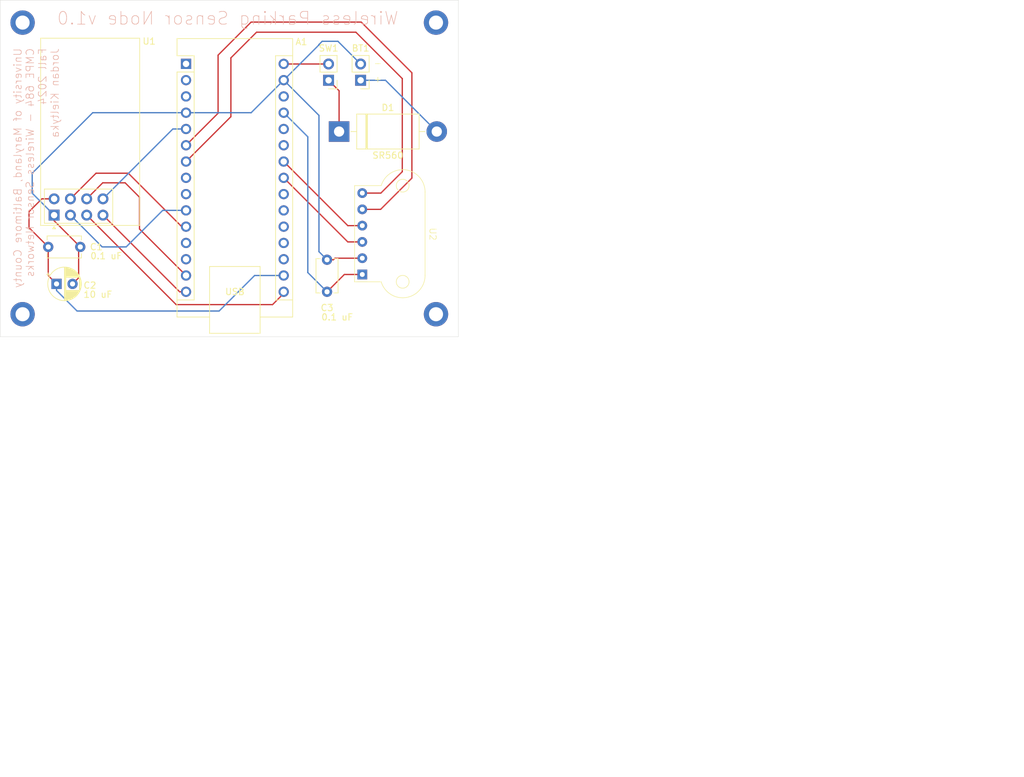
<source format=kicad_pcb>
(kicad_pcb (version 20240108) (generator "pcbnew") (generator_version "8.0")
  (layers (0 "F.Cu" signal) (31 "B.Cu" signal) (34 "B.Paste" user) (35 "F.Paste" user) (36 "B.SilkS" user "B.Silkscreen") (37 "F.SilkS" user "F.Silkscreen") (38 "B.Mask" user) (39 "F.Mask" user) (44 "Edge.Cuts" user))
  (net 0 "")
  (net 3 "+5V")
  (net 4 "Net-(A1-A4)")
  (net 5 "Net-(A1-A5)")
  (net 8 "Net-(A1-D12)")
  (net 10 "+3.3V")
  (net 11 "Net-(A1-D7)")
  (net 14 "Net-(A1-D13)")
  (net 15 "VDD")
  (net 18 "Net-(A1-D2)")
  (net 21 "Net-(A1-D11)")
  (net 23 "GND")
  (net 26 "Net-(A1-D3)")
  (net 28 "Net-(A1-D4)")
  (net 29 "Net-(A1-D8)")
  (net 30 "+9V")
  (net 31 "Net-(D1-K)")
  (footprint "Module:Arduino_Nano" (layer "F.Cu") (at 141.26 83.02)
    (property "Reference" "A1" (at 18 -3.44 0) (layer "F.SilkS"))
    (property "Value" "Arduino_Nano_v3.x" (hide yes))
    (fp_line (start -1.4 -3.94) (end -1.4 -1.27) (stroke (width 0.12)) (layer "F.SilkS"))
    (fp_line (start -1.4 1.27) (end -1.4 39.5) (stroke (width 0.12)) (layer "F.SilkS"))
    (fp_line (start -1.4 39.5) (end 3.68 39.5) (stroke (width 0.12)) (layer "F.SilkS"))
    (fp_line (start 1.27 -1.27) (end -1.4 -1.27) (stroke (width 0.12)) (layer "F.SilkS"))
    (fp_line (start 1.27 1.27) (end -1.4 1.27) (stroke (width 0.12)) (layer "F.SilkS"))
    (fp_line (start 1.27 1.27) (end 1.27 -1.27) (stroke (width 0.12)) (layer "F.SilkS"))
    (fp_line (start 1.27 1.27) (end 1.27 36.83) (stroke (width 0.12)) (layer "F.SilkS"))
    (fp_line (start 1.27 36.83) (end -1.4 36.83) (stroke (width 0.12)) (layer "F.SilkS"))
    (fp_line (start 3.68 31.62) (end 11.56 31.62) (stroke (width 0.12)) (layer "F.SilkS"))
    (fp_line (start 3.68 42.04) (end 3.68 31.62) (stroke (width 0.12)) (layer "F.SilkS"))
    (fp_line (start 11.56 31.62) (end 11.56 42.04) (stroke (width 0.12)) (layer "F.SilkS"))
    (fp_line (start 11.56 42.04) (end 3.68 42.04) (stroke (width 0.12)) (layer "F.SilkS"))
    (fp_line (start 13.97 -1.27) (end 13.97 36.83) (stroke (width 0.12)) (layer "F.SilkS"))
    (fp_line (start 13.97 -1.27) (end 16.64 -1.27) (stroke (width 0.12)) (layer "F.SilkS"))
    (fp_line (start 13.97 36.83) (end 16.64 36.83) (stroke (width 0.12)) (layer "F.SilkS"))
    (fp_line (start 16.64 -3.94) (end -1.4 -3.94) (stroke (width 0.12)) (layer "F.SilkS"))
    (fp_line (start 16.64 39.5) (end 11.56 39.5) (stroke (width 0.12)) (layer "F.SilkS"))
    (fp_line (start 16.64 39.5) (end 16.64 -3.94) (stroke (width 0.12)) (layer "F.SilkS"))
    (fp_text user "USB" (at 7.62 35.56 0) (layer "F.SilkS"))
    (pad "1" thru_hole rect (at 0 0) (size 1.6 1.6) (drill 1) (layers "*.Cu" "*.Mask"))
    (pad "2" thru_hole oval (at 0 2.54) (size 1.6 1.6) (drill 1) (layers "*.Cu" "*.Mask"))
    (pad "3" thru_hole oval (at 0 5.08) (size 1.6 1.6) (drill 1) (layers "*.Cu" "*.Mask"))
    (pad "4" thru_hole oval (at 0 7.62) (size 1.6 1.6) (drill 1) (layers "*.Cu" "*.Mask") (net 23 "GND"))
    (pad "5" thru_hole oval (at 0 10.16) (size 1.6 1.6) (drill 1) (layers "*.Cu" "*.Mask") (net 18 "Net-(A1-D2)"))
    (pad "6" thru_hole oval (at 0 12.7) (size 1.6 1.6) (drill 1) (layers "*.Cu" "*.Mask") (net 26 "Net-(A1-D3)"))
    (pad "7" thru_hole oval (at 0 15.24) (size 1.6 1.6) (drill 1) (layers "*.Cu" "*.Mask") (net 28 "Net-(A1-D4)"))
    (pad "8" thru_hole oval (at 0 17.78) (size 1.6 1.6) (drill 1) (layers "*.Cu" "*.Mask"))
    (pad "9" thru_hole oval (at 0 20.32) (size 1.6 1.6) (drill 1) (layers "*.Cu" "*.Mask"))
    (pad "10" thru_hole oval (at 0 22.86) (size 1.6 1.6) (drill 1) (layers "*.Cu" "*.Mask") (net 11 "Net-(A1-D7)"))
    (pad "11" thru_hole oval (at 0 25.4) (size 1.6 1.6) (drill 1) (layers "*.Cu" "*.Mask") (net 29 "Net-(A1-D8)"))
    (pad "12" thru_hole oval (at 0 27.94) (size 1.6 1.6) (drill 1) (layers "*.Cu" "*.Mask"))
    (pad "13" thru_hole oval (at 0 30.48) (size 1.6 1.6) (drill 1) (layers "*.Cu" "*.Mask"))
    (pad "14" thru_hole oval (at 0 33.02) (size 1.6 1.6) (drill 1) (layers "*.Cu" "*.Mask") (net 21 "Net-(A1-D11)"))
    (pad "15" thru_hole oval (at 0 35.56) (size 1.6 1.6) (drill 1) (layers "*.Cu" "*.Mask") (net 8 "Net-(A1-D12)"))
    (pad "16" thru_hole oval (at 15.24 35.56) (size 1.6 1.6) (drill 1) (layers "*.Cu" "*.Mask") (net 14 "Net-(A1-D13)"))
    (pad "17" thru_hole oval (at 15.24 33.02) (size 1.6 1.6) (drill 1) (layers "*.Cu" "*.Mask") (net 10 "+3.3V"))
    (pad "18" thru_hole oval (at 15.24 30.48) (size 1.6 1.6) (drill 1) (layers "*.Cu" "*.Mask"))
    (pad "19" thru_hole oval (at 15.24 27.94) (size 1.6 1.6) (drill 1) (layers "*.Cu" "*.Mask"))
    (pad "20" thru_hole oval (at 15.24 25.4) (size 1.6 1.6) (drill 1) (layers "*.Cu" "*.Mask"))
    (pad "21" thru_hole oval (at 15.24 22.86) (size 1.6 1.6) (drill 1) (layers "*.Cu" "*.Mask"))
    (pad "22" thru_hole oval (at 15.24 20.32) (size 1.6 1.6) (drill 1) (layers "*.Cu" "*.Mask"))
    (pad "23" thru_hole oval (at 15.24 17.78) (size 1.6 1.6) (drill 1) (layers "*.Cu" "*.Mask") (net 4 "Net-(A1-A4)"))
    (pad "24" thru_hole oval (at 15.24 15.24) (size 1.6 1.6) (drill 1) (layers "*.Cu" "*.Mask") (net 5 "Net-(A1-A5)"))
    (pad "25" thru_hole oval (at 15.24 12.7) (size 1.6 1.6) (drill 1) (layers "*.Cu" "*.Mask"))
    (pad "26" thru_hole oval (at 15.24 10.16) (size 1.6 1.6) (drill 1) (layers "*.Cu" "*.Mask"))
    (pad "27" thru_hole oval (at 15.24 7.62) (size 1.6 1.6) (drill 1) (layers "*.Cu" "*.Mask") (net 3 "+5V"))
    (pad "28" thru_hole oval (at 15.24 5.08) (size 1.6 1.6) (drill 1) (layers "*.Cu" "*.Mask"))
    (pad "29" thru_hole oval (at 15.24 2.54) (size 1.6 1.6) (drill 1) (layers "*.Cu" "*.Mask") (net 23 "GND"))
    (pad "30" thru_hole oval (at 15.24 0) (size 1.6 1.6) (drill 1) (layers "*.Cu" "*.Mask") (net 15 "VDD"))
  )
  (footprint "MountingHole:MountingHole_2.2mm_M2_DIN965_Pad_TopBottom" (layer "F.Cu") (at 180.26 76.58)
    (property "Reference" "MH2" (hide yes))
    (property "Value" "MountingHole_2.2mm_M2_DIN965_Pad_TopBottom" (hide yes))
    (pad "1" thru_hole circle (at 0 0) (size 2.6 2.6) (drill 2.2) (layers "*.Cu" "*.Mask"))
    (pad "1" connect circle (at 0 0) (size 3.8 3.8) (layers "F.Cu" "F.Mask"))
    (pad "1" connect circle (at 0 0) (size 3.8 3.8) (layers "B.Cu" "B.Mask"))
  )
  (footprint "Capacitor_THT:C_Disc_D5.1mm_W3.2mm_P5.00mm" (layer "F.Cu") (at 163.26 118.58 90)
    (property "Reference" "C3" (at -2.5 0 0) (layer "F.SilkS"))
    (property "Value" "0.1 uF" (at -3.961592 1.585705 0) (layer "F.SilkS"))
    (fp_line (start 5.17 -1.721) (end 5.17 -1.055) (stroke (width 0.12)) (layer "F.SilkS"))
    (fp_line (start -0.17 -1.721) (end 5.17 -1.721) (stroke (width 0.12)) (layer "F.SilkS"))
    (fp_line (start -0.17 -1.721) (end -0.17 -1.055) (stroke (width 0.12)) (layer "F.SilkS"))
    (fp_line (start 5.17 1.055) (end 5.17 1.721) (stroke (width 0.12)) (layer "F.SilkS"))
    (fp_line (start -0.17 1.055) (end -0.17 1.721) (stroke (width 0.12)) (layer "F.SilkS"))
    (fp_line (start -0.17 1.721) (end 5.17 1.721) (stroke (width 0.12)) (layer "F.SilkS"))
    (pad "1" thru_hole circle (at 0 0 90) (size 1.6 1.6) (drill 0.8) (layers "*.Cu" "*.Mask") (net 3 "+5V"))
    (pad "2" thru_hole circle (at 5 0 90) (size 1.6 1.6) (drill 0.8) (layers "*.Cu" "*.Mask") (net 23 "GND"))
  )
  (footprint "MountingHole:MountingHole_2.2mm_M2_DIN965_Pad_TopBottom" (layer "F.Cu") (at 180.26 122.08)
    (property "Reference" "MH3" (hide yes))
    (property "Value" "MountingHole_2.2mm_M2_DIN965_Pad_TopBottom" (hide yes))
    (pad "1" thru_hole circle (at 0 0) (size 2.6 2.6) (drill 2.2) (layers "*.Cu" "*.Mask"))
    (pad "1" connect circle (at 0 0) (size 3.8 3.8) (layers "F.Cu" "F.Mask"))
    (pad "1" connect circle (at 0 0) (size 3.8 3.8) (layers "B.Cu" "B.Mask"))
  )
  (footprint "Diode_THT:D_DO-201AD_P15.24mm_Horizontal" (layer "F.Cu") (at 165.14 93.58)
    (property "Reference" "D1" (at 7.62 -3.72 0) (layer "F.SilkS"))
    (property "Value" "SR560" (at 7.62 3.72 0) (layer "F.SilkS"))
    (fp_line (start 1.84 0) (end 2.75 0) (stroke (width 0.12)) (layer "F.SilkS"))
    (fp_line (start 2.75 -2.72) (end 2.75 2.72) (stroke (width 0.12)) (layer "F.SilkS"))
    (fp_line (start 2.75 2.72) (end 12.49 2.72) (stroke (width 0.12)) (layer "F.SilkS"))
    (fp_line (start 4.175 -2.72) (end 4.175 2.72) (stroke (width 0.12)) (layer "F.SilkS"))
    (fp_line (start 4.295 -2.72) (end 4.295 2.72) (stroke (width 0.12)) (layer "F.SilkS"))
    (fp_line (start 4.415 -2.72) (end 4.415 2.72) (stroke (width 0.12)) (layer "F.SilkS"))
    (fp_line (start 12.49 -2.72) (end 2.75 -2.72) (stroke (width 0.12)) (layer "F.SilkS"))
    (fp_line (start 12.49 2.72) (end 12.49 -2.72) (stroke (width 0.12)) (layer "F.SilkS"))
    (fp_line (start 13.4 0) (end 12.49 0) (stroke (width 0.12)) (layer "F.SilkS"))
    (pad "1" thru_hole rect (at 0 0) (size 3.2 3.2) (drill 1.6) (layers "*.Cu" "*.Mask") (net 31 "Net-(D1-K)"))
    (pad "2" thru_hole oval (at 15.24 0) (size 3.2 3.2) (drill 1.6) (layers "*.Cu" "*.Mask") (net 30 "+9V"))
  )
  (footprint "RF_Module:nRF24L01_Breakout" (layer "F.Cu") (at 120.68 106.62 90)
    (property "Reference" "U1" (at 27.12 14.82 180) (layer "F.SilkS"))
    (property "Value" "NRF24L01_Breakout" (hide yes))
    (fp_line (start 27.6 -2.1) (end 27.6 13.35) (stroke (width 0.12)) (layer "F.SilkS"))
    (fp_line (start -1.6 -2.1) (end 27.6 -2.1) (stroke (width 0.12)) (layer "F.SilkS"))
    (fp_line (start -1.6 -2.1) (end -1.6 -2.1) (stroke (width 0.12)) (layer "F.SilkS"))
    (fp_line (start 4.064 -1.524) (end 4.064 9.144) (stroke (width 0.12)) (layer "F.SilkS"))
    (fp_line (start -1.27 -1.524) (end 4.064 -1.524) (stroke (width 0.12)) (layer "F.SilkS"))
    (fp_line (start -1.27 -1.524) (end -1.27 -1.524) (stroke (width 0.12)) (layer "F.SilkS"))
    (fp_line (start 4.064 9.144) (end -1.27 9.144) (stroke (width 0.12)) (layer "F.SilkS"))
    (fp_line (start -1.27 9.144) (end -1.27 -1.524) (stroke (width 0.12)) (layer "F.SilkS"))
    (fp_line (start -1.27 9.144) (end -1.27 9.144) (stroke (width 0.12)) (layer "F.SilkS"))
    (fp_line (start 27.6 13.35) (end -1.6 13.35) (stroke (width 0.12)) (layer "F.SilkS"))
    (fp_line (start -1.6 13.35) (end -1.6 -2.1) (stroke (width 0.12)) (layer "F.SilkS"))
    (fp_poly (pts (xy -1.8 0) (xy -2.136 0.24) (xy -2.136 -0.24) (xy -1.8 0)) (stroke (width 0.12)) (fill solid) (layer "F.SilkS"))
    (pad "1" thru_hole rect (at 0 0 90) (size 1.7 1.7) (drill 1) (layers "*.Cu" "*.Mask") (net 23 "GND"))
    (pad "2" thru_hole circle (at 2.54 0 90) (size 1.7 1.7) (drill 1) (layers "*.Cu" "*.Mask") (net 10 "+3.3V"))
    (pad "3" thru_hole circle (at 0 2.54 90) (size 1.7 1.7) (drill 1) (layers "*.Cu" "*.Mask") (net 11 "Net-(A1-D7)"))
    (pad "4" thru_hole circle (at 2.54 2.54 90) (size 1.7 1.7) (drill 1) (layers "*.Cu" "*.Mask") (net 29 "Net-(A1-D8)"))
    (pad "5" thru_hole circle (at 0 5.08 90) (size 1.7 1.7) (drill 1) (layers "*.Cu" "*.Mask") (net 14 "Net-(A1-D13)"))
    (pad "6" thru_hole circle (at 2.54 5.08 90) (size 1.7 1.7) (drill 1) (layers "*.Cu" "*.Mask") (net 21 "Net-(A1-D11)"))
    (pad "7" thru_hole circle (at 0 7.62 90) (size 1.7 1.7) (drill 1) (layers "*.Cu" "*.Mask") (net 8 "Net-(A1-D12)"))
    (pad "8" thru_hole circle (at 2.54 7.62 90) (size 1.7 1.7) (drill 1) (layers "*.Cu" "*.Mask") (net 18 "Net-(A1-D2)"))
  )
  (footprint "Connector_PinHeader_2.54mm:PinHeader_1x02_P2.54mm_Vertical" (layer "F.Cu") (at 168.5 85.58 180)
    (property "Reference" "BT1" (at 0 5 0) (layer "F.SilkS"))
    (property "Value" "9V Battery" (hide yes))
    (fp_line (start 1.33 1.27) (end 1.33 3.87) (stroke (width 0.12)) (layer "F.SilkS"))
    (fp_line (start -1.33 3.87) (end 1.33 3.87) (stroke (width 0.12)) (layer "F.SilkS"))
    (fp_line (start -1.33 1.27) (end 1.33 1.27) (stroke (width 0.12)) (layer "F.SilkS"))
    (fp_line (start -1.33 1.27) (end -1.33 3.87) (stroke (width 0.12)) (layer "F.SilkS"))
    (fp_line (start -1.33 0) (end -1.33 -1.33) (stroke (width 0.12)) (layer "F.SilkS"))
    (fp_line (start -1.33 -1.33) (end 0 -1.33) (stroke (width 0.12)) (layer "F.SilkS"))
    (pad "1" thru_hole rect (at 0 0 180) (size 1.7 1.7) (drill 1) (layers "*.Cu" "*.Mask") (net 30 "+9V"))
    (pad "2" thru_hole oval (at 0 2.54 180) (size 1.7 1.7) (drill 1) (layers "*.Cu" "*.Mask") (net 23 "GND"))
  )
  (footprint "Connector_PinHeader_2.54mm:PinHeader_1x02_P2.54mm_Vertical" (layer "F.Cu") (at 163.5 85.58 180)
    (property "Reference" "SW1" (at 0 5 0) (layer "F.SilkS"))
    (property "Value" "SW_SPST" (hide yes))
    (fp_line (start 1.33 1.27) (end 1.33 3.87) (stroke (width 0.12)) (layer "F.SilkS"))
    (fp_line (start -1.33 3.87) (end 1.33 3.87) (stroke (width 0.12)) (layer "F.SilkS"))
    (fp_line (start -1.33 1.27) (end 1.33 1.27) (stroke (width 0.12)) (layer "F.SilkS"))
    (fp_line (start -1.33 1.27) (end -1.33 3.87) (stroke (width 0.12)) (layer "F.SilkS"))
    (fp_line (start -1.33 0) (end -1.33 -1.33) (stroke (width 0.12)) (layer "F.SilkS"))
    (fp_line (start -1.33 -1.33) (end 0 -1.33) (stroke (width 0.12)) (layer "F.SilkS"))
    (pad "1" thru_hole rect (at 0 0 180) (size 1.7 1.7) (drill 1) (layers "*.Cu" "*.Mask") (net 31 "Net-(D1-K)"))
    (pad "2" thru_hole oval (at 0 2.54 180) (size 1.7 1.7) (drill 1) (layers "*.Cu" "*.Mask") (net 15 "VDD"))
  )
  (footprint "Capacitor_THT:CP_Radial_D5.0mm_P2.50mm" (layer "F.Cu") (at 121.054888 117.35)
    (property "Reference" "C2" (at 5.205112 0.23 0) (layer "F.SilkS"))
    (property "Value" "10 uF" (at 6.445112 1.65 0) (layer "F.SilkS"))
    (fp_line (start -1.554775 -1.475) (end -1.054775 -1.475) (stroke (width 0.12)) (layer "F.SilkS"))
    (fp_line (start -1.304775 -1.725) (end -1.304775 -1.225) (stroke (width 0.12)) (layer "F.SilkS"))
    (fp_line (start 1.25 -2.58) (end 1.25 2.58) (stroke (width 0.12)) (layer "F.SilkS"))
    (fp_line (start 1.29 -2.58) (end 1.29 2.58) (stroke (width 0.12)) (layer "F.SilkS"))
    (fp_line (start 1.33 -2.579) (end 1.33 2.579) (stroke (width 0.12)) (layer "F.SilkS"))
    (fp_line (start 1.37 -2.578) (end 1.37 2.578) (stroke (width 0.12)) (layer "F.SilkS"))
    (fp_line (start 1.41 -2.576) (end 1.41 2.576) (stroke (width 0.12)) (layer "F.SilkS"))
    (fp_line (start 1.45 -2.573) (end 1.45 2.573) (stroke (width 0.12)) (layer "F.SilkS"))
    (fp_line (start 1.49 -2.569) (end 1.49 -1.04) (stroke (width 0.12)) (layer "F.SilkS"))
    (fp_line (start 1.49 1.04) (end 1.49 2.569) (stroke (width 0.12)) (layer "F.SilkS"))
    (fp_line (start 1.53 -2.565) (end 1.53 -1.04) (stroke (width 0.12)) (layer "F.SilkS"))
    (fp_line (start 1.53 1.04) (end 1.53 2.565) (stroke (width 0.12)) (layer "F.SilkS"))
    (fp_line (start 1.57 -2.561) (end 1.57 -1.04) (stroke (width 0.12)) (layer "F.SilkS"))
    (fp_line (start 1.57 1.04) (end 1.57 2.561) (stroke (width 0.12)) (layer "F.SilkS"))
    (fp_line (start 1.61 -2.556) (end 1.61 -1.04) (stroke (width 0.12)) (layer "F.SilkS"))
    (fp_line (start 1.61 1.04) (end 1.61 2.556) (stroke (width 0.12)) (layer "F.SilkS"))
    (fp_line (start 1.65 -2.55) (end 1.65 -1.04) (stroke (width 0.12)) (layer "F.SilkS"))
    (fp_line (start 1.65 1.04) (end 1.65 2.55) (stroke (width 0.12)) (layer "F.SilkS"))
    (fp_line (start 1.69 -2.543) (end 1.69 -1.04) (stroke (width 0.12)) (layer "F.SilkS"))
    (fp_line (start 1.69 1.04) (end 1.69 2.543) (stroke (width 0.12)) (layer "F.SilkS"))
    (fp_line (start 1.73 -2.536) (end 1.73 -1.04) (stroke (width 0.12)) (layer "F.SilkS"))
    (fp_line (start 1.73 1.04) (end 1.73 2.536) (stroke (width 0.12)) (layer "F.SilkS"))
    (fp_line (start 1.77 -2.528) (end 1.77 -1.04) (stroke (width 0.12)) (layer "F.SilkS"))
    (fp_line (start 1.77 1.04) (end 1.77 2.528) (stroke (width 0.12)) (layer "F.SilkS"))
    (fp_line (start 1.81 -2.52) (end 1.81 -1.04) (stroke (width 0.12)) (layer "F.SilkS"))
    (fp_line (start 1.81 1.04) (end 1.81 2.52) (stroke (width 0.12)) (layer "F.SilkS"))
    (fp_line (start 1.85 -2.511) (end 1.85 -1.04) (stroke (width 0.12)) (layer "F.SilkS"))
    (fp_line (start 1.85 1.04) (end 1.85 2.511) (stroke (width 0.12)) (layer "F.SilkS"))
    (fp_line (start 1.89 -2.501) (end 1.89 -1.04) (stroke (width 0.12)) (layer "F.SilkS"))
    (fp_line (start 1.89 1.04) (end 1.89 2.501) (stroke (width 0.12)) (layer "F.SilkS"))
    (fp_line (start 1.93 -2.491) (end 1.93 -1.04) (stroke (width 0.12)) (layer "F.SilkS"))
    (fp_line (start 1.93 1.04) (end 1.93 2.491) (stroke (width 0.12)) (layer "F.SilkS"))
    (fp_line (start 1.971 -2.48) (end 1.971 -1.04) (stroke (width 0.12)) (layer "F.SilkS"))
    (fp_line (start 1.971 1.04) (end 1.971 2.48) (stroke (width 0.12)) (layer "F.SilkS"))
    (fp_line (start 2.011 -2.468) (end 2.011 -1.04) (stroke (width 0.12)) (layer "F.SilkS"))
    (fp_line (start 2.011 1.04) (end 2.011 2.468) (stroke (width 0.12)) (layer "F.SilkS"))
    (fp_line (start 2.051 -2.455) (end 2.051 -1.04) (stroke (width 0.12)) (layer "F.SilkS"))
    (fp_line (start 2.051 1.04) (end 2.051 2.455) (stroke (width 0.12)) (layer "F.SilkS"))
    (fp_line (start 2.091 -2.442) (end 2.091 -1.04) (stroke (width 0.12)) (layer "F.SilkS"))
    (fp_line (start 2.091 1.04) (end 2.091 2.442) (stroke (width 0.12)) (layer "F.SilkS"))
    (fp_line (start 2.131 -2.428) (end 2.131 -1.04) (stroke (width 0.12)) (layer "F.SilkS"))
    (fp_line (start 2.131 1.04) (end 2.131 2.428) (stroke (width 0.12)) (layer "F.SilkS"))
    (fp_line (start 2.171 -2.414) (end 2.171 -1.04) (stroke (width 0.12)) (layer "F.SilkS"))
    (fp_line (start 2.171 1.04) (end 2.171 2.414) (stroke (width 0.12)) (layer "F.SilkS"))
    (fp_line (start 2.211 -2.398) (end 2.211 -1.04) (stroke (width 0.12)) (layer "F.SilkS"))
    (fp_line (start 2.211 1.04) (end 2.211 2.398) (stroke (width 0.12)) (layer "F.SilkS"))
    (fp_line (start 2.251 -2.382) (end 2.251 -1.04) (stroke (width 0.12)) (layer "F.SilkS"))
    (fp_line (start 2.251 1.04) (end 2.251 2.382) (stroke (width 0.12)) (layer "F.SilkS"))
    (fp_line (start 2.291 -2.365) (end 2.291 -1.04) (stroke (width 0.12)) (layer "F.SilkS"))
    (fp_line (start 2.291 1.04) (end 2.291 2.365) (stroke (width 0.12)) (layer "F.SilkS"))
    (fp_line (start 2.331 -2.348) (end 2.331 -1.04) (stroke (width 0.12)) (layer "F.SilkS"))
    (fp_line (start 2.331 1.04) (end 2.331 2.348) (stroke (width 0.12)) (layer "F.SilkS"))
    (fp_line (start 2.371 -2.329) (end 2.371 -1.04) (stroke (width 0.12)) (layer "F.SilkS"))
    (fp_line (start 2.371 1.04) (end 2.371 2.329) (stroke (width 0.12)) (layer "F.SilkS"))
    (fp_line (start 2.411 -2.31) (end 2.411 -1.04) (stroke (width 0.12)) (layer "F.SilkS"))
    (fp_line (start 2.411 1.04) (end 2.411 2.31) (stroke (width 0.12)) (layer "F.SilkS"))
    (fp_line (start 2.451 -2.29) (end 2.451 -1.04) (stroke (width 0.12)) (layer "F.SilkS"))
    (fp_line (start 2.451 1.04) (end 2.451 2.29) (stroke (width 0.12)) (layer "F.SilkS"))
    (fp_line (start 2.491 -2.268) (end 2.491 -1.04) (stroke (width 0.12)) (layer "F.SilkS"))
    (fp_line (start 2.491 1.04) (end 2.491 2.268) (stroke (width 0.12)) (layer "F.SilkS"))
    (fp_line (start 2.531 -2.247) (end 2.531 -1.04) (stroke (width 0.12)) (layer "F.SilkS"))
    (fp_line (start 2.531 1.04) (end 2.531 2.247) (stroke (width 0.12)) (layer "F.SilkS"))
    (fp_line (start 2.571 -2.224) (end 2.571 -1.04) (stroke (width 0.12)) (layer "F.SilkS"))
    (fp_line (start 2.571 1.04) (end 2.571 2.224) (stroke (width 0.12)) (layer "F.SilkS"))
    (fp_line (start 2.611 -2.2) (end 2.611 -1.04) (stroke (width 0.12)) (layer "F.SilkS"))
    (fp_line (start 2.611 1.04) (end 2.611 2.2) (stroke (width 0.12)) (layer "F.SilkS"))
    (fp_line (start 2.651 -2.175) (end 2.651 -1.04) (stroke (width 0.12)) (layer "F.SilkS"))
    (fp_line (start 2.651 1.04) (end 2.651 2.175) (stroke (width 0.12)) (layer "F.SilkS"))
    (fp_line (start 2.691 -2.149) (end 2.691 -1.04) (stroke (width 0.12)) (layer "F.SilkS"))
    (fp_line (start 2.691 1.04) (end 2.691 2.149) (stroke (width 0.12)) (layer "F.SilkS"))
    (fp_line (start 2.731 -2.122) (end 2.731 -1.04) (stroke (width 0.12)) (layer "F.SilkS"))
    (fp_line (start 2.731 1.04) (end 2.731 2.122) (stroke (width 0.12)) (layer "F.SilkS"))
    (fp_line (start 2.771 -2.095) (end 2.771 -1.04) (stroke (width 0.12)) (layer "F.SilkS"))
    (fp_line (start 2.771 1.04) (end 2.771 2.095) (stroke (width 0.12)) (layer "F.SilkS"))
    (fp_line (start 2.811 -2.065) (end 2.811 -1.04) (stroke (width 0.12)) (layer "F.SilkS"))
    (fp_line (start 2.811 1.04) (end 2.811 2.065) (stroke (width 0.12)) (layer "F.SilkS"))
    (fp_line (start 2.851 -2.035) (end 2.851 -1.04) (stroke (width 0.12)) (layer "F.SilkS"))
    (fp_line (start 2.851 1.04) (end 2.851 2.035) (stroke (width 0.12)) (layer "F.SilkS"))
    (fp_line (start 2.891 -2.004) (end 2.891 -1.04) (stroke (width 0.12)) (layer "F.SilkS"))
    (fp_line (start 2.891 1.04) (end 2.891 2.004) (stroke (width 0.12)) (layer "F.SilkS"))
    (fp_line (start 2.931 -1.971) (end 2.931 -1.04) (stroke (width 0.12)) (layer "F.SilkS"))
    (fp_line (start 2.931 1.04) (end 2.931 1.971) (stroke (width 0.12)) (layer "F.SilkS"))
    (fp_line (start 2.971 -1.937) (end 2.971 -1.04) (stroke (width 0.12)) (layer "F.SilkS"))
    (fp_line (start 2.971 1.04) (end 2.971 1.937) (stroke (width 0.12)) (layer "F.SilkS"))
    (fp_line (start 3.011 -1.901) (end 3.011 -1.04) (stroke (width 0.12)) (layer "F.SilkS"))
    (fp_line (start 3.011 1.04) (end 3.011 1.901) (stroke (width 0.12)) (layer "F.SilkS"))
    (fp_line (start 3.051 -1.864) (end 3.051 -1.04) (stroke (width 0.12)) (layer "F.SilkS"))
    (fp_line (start 3.051 1.04) (end 3.051 1.864) (stroke (width 0.12)) (layer "F.SilkS"))
    (fp_line (start 3.091 -1.826) (end 3.091 -1.04) (stroke (width 0.12)) (layer "F.SilkS"))
    (fp_line (start 3.091 1.04) (end 3.091 1.826) (stroke (width 0.12)) (layer "F.SilkS"))
    (fp_line (start 3.131 -1.785) (end 3.131 -1.04) (stroke (width 0.12)) (layer "F.SilkS"))
    (fp_line (start 3.131 1.04) (end 3.131 1.785) (stroke (width 0.12)) (layer "F.SilkS"))
    (fp_line (start 3.171 -1.743) (end 3.171 -1.04) (stroke (width 0.12)) (layer "F.SilkS"))
    (fp_line (start 3.171 1.04) (end 3.171 1.743) (stroke (width 0.12)) (layer "F.SilkS"))
    (fp_line (start 3.211 -1.699) (end 3.211 -1.04) (stroke (width 0.12)) (layer "F.SilkS"))
    (fp_line (start 3.211 1.04) (end 3.211 1.699) (stroke (width 0.12)) (layer "F.SilkS"))
    (fp_line (start 3.251 -1.653) (end 3.251 -1.04) (stroke (width 0.12)) (layer "F.SilkS"))
    (fp_line (start 3.251 1.04) (end 3.251 1.653) (stroke (width 0.12)) (layer "F.SilkS"))
    (fp_line (start 3.291 -1.605) (end 3.291 -1.04) (stroke (width 0.12)) (layer "F.SilkS"))
    (fp_line (start 3.291 1.04) (end 3.291 1.605) (stroke (width 0.12)) (layer "F.SilkS"))
    (fp_line (start 3.331 -1.554) (end 3.331 -1.04) (stroke (width 0.12)) (layer "F.SilkS"))
    (fp_line (start 3.331 1.04) (end 3.331 1.554) (stroke (width 0.12)) (layer "F.SilkS"))
    (fp_line (start 3.371 -1.5) (end 3.371 -1.04) (stroke (width 0.12)) (layer "F.SilkS"))
    (fp_line (start 3.371 1.04) (end 3.371 1.5) (stroke (width 0.12)) (layer "F.SilkS"))
    (fp_line (start 3.411 -1.443) (end 3.411 -1.04) (stroke (width 0.12)) (layer "F.SilkS"))
    (fp_line (start 3.411 1.04) (end 3.411 1.443) (stroke (width 0.12)) (layer "F.SilkS"))
    (fp_line (start 3.451 -1.383) (end 3.451 -1.04) (stroke (width 0.12)) (layer "F.SilkS"))
    (fp_line (start 3.451 1.04) (end 3.451 1.383) (stroke (width 0.12)) (layer "F.SilkS"))
    (fp_line (start 3.491 -1.319) (end 3.491 -1.04) (stroke (width 0.12)) (layer "F.SilkS"))
    (fp_line (start 3.491 1.04) (end 3.491 1.319) (stroke (width 0.12)) (layer "F.SilkS"))
    (fp_line (start 3.531 -1.251) (end 3.531 -1.04) (stroke (width 0.12)) (layer "F.SilkS"))
    (fp_line (start 3.531 1.04) (end 3.531 1.251) (stroke (width 0.12)) (layer "F.SilkS"))
    (fp_line (start 3.571 -1.178) (end 3.571 1.178) (stroke (width 0.12)) (layer "F.SilkS"))
    (fp_line (start 3.611 -1.098) (end 3.611 1.098) (stroke (width 0.12)) (layer "F.SilkS"))
    (fp_line (start 3.651 -1.011) (end 3.651 1.011) (stroke (width 0.12)) (layer "F.SilkS"))
    (fp_line (start 3.691 -0.915) (end 3.691 0.915) (stroke (width 0.12)) (layer "F.SilkS"))
    (fp_line (start 3.731 -0.805) (end 3.731 0.805) (stroke (width 0.12)) (layer "F.SilkS"))
    (fp_line (start 3.771 -0.677) (end 3.771 0.677) (stroke (width 0.12)) (layer "F.SilkS"))
    (fp_line (start 3.811 -0.518) (end 3.811 0.518) (stroke (width 0.12)) (layer "F.SilkS"))
    (fp_line (start 3.851 -0.284) (end 3.851 0.284) (stroke (width 0.12)) (layer "F.SilkS"))
    (fp_circle (center 1.25 0) (end 3.87 0) (stroke (width 0.12)) (fill none) (layer "F.SilkS"))
    (pad "1" thru_hole rect (at 0 0) (size 1.6 1.6) (drill 0.8) (layers "*.Cu" "*.Mask") (net 10 "+3.3V"))
    (pad "2" thru_hole circle (at 2.5 0) (size 1.6 1.6) (drill 0.8) (layers "*.Cu" "*.Mask") (net 23 "GND"))
  )
  (footprint "MountingHole:MountingHole_2.2mm_M2_DIN965_Pad_TopBottom" (layer "F.Cu") (at 115.76 122.08)
    (property "Reference" "MH4" (hide yes))
    (property "Value" "MountingHole_2.2mm_M2_DIN965_Pad_TopBottom" (hide yes))
    (pad "1" thru_hole circle (at 0 0) (size 2.6 2.6) (drill 2.2) (layers "*.Cu" "*.Mask"))
    (pad "1" connect circle (at 0 0) (size 3.8 3.8) (layers "F.Cu" "F.Mask"))
    (pad "1" connect circle (at 0 0) (size 3.8 3.8) (layers "B.Cu" "B.Mask"))
  )
  (footprint "MountingHole:MountingHole_2.2mm_M2_DIN965_Pad_TopBottom" (layer "F.Cu") (at 115.76 76.58)
    (property "Reference" "MH1" (hide yes))
    (property "Value" "MountingHole_2.2mm_M2_DIN965_Pad_TopBottom" (hide yes))
    (pad "1" thru_hole circle (at 0 0) (size 2.6 2.6) (drill 2.2) (layers "*.Cu" "*.Mask"))
    (pad "1" connect circle (at 0 0) (size 3.8 3.8) (layers "F.Cu" "F.Mask"))
    (pad "1" connect circle (at 0 0) (size 3.8 3.8) (layers "B.Cu" "B.Mask"))
  )
  (footprint "Capacitor_THT:C_Disc_D5.1mm_W3.2mm_P5.00mm" (layer "F.Cu") (at 119.76 111.58)
    (property "Reference" "C1" (at 7.5 0 0) (layer "F.SilkS"))
    (property "Value" "0.1 uF" (at 9.04335 1.407676 0) (layer "F.SilkS"))
    (fp_line (start -0.17 -1.721) (end -0.17 -1.055) (stroke (width 0.12)) (layer "F.SilkS"))
    (fp_line (start -0.17 -1.721) (end 5.17 -1.721) (stroke (width 0.12)) (layer "F.SilkS"))
    (fp_line (start -0.17 1.055) (end -0.17 1.721) (stroke (width 0.12)) (layer "F.SilkS"))
    (fp_line (start -0.17 1.721) (end 5.17 1.721) (stroke (width 0.12)) (layer "F.SilkS"))
    (fp_line (start 5.17 -1.721) (end 5.17 -1.055) (stroke (width 0.12)) (layer "F.SilkS"))
    (fp_line (start 5.17 1.055) (end 5.17 1.721) (stroke (width 0.12)) (layer "F.SilkS"))
    (pad "1" thru_hole circle (at 0 0) (size 1.6 1.6) (drill 0.8) (layers "*.Cu" "*.Mask") (net 10 "+3.3V"))
    (pad "2" thru_hole circle (at 5 0) (size 1.6 1.6) (drill 0.8) (layers "*.Cu" "*.Mask") (net 23 "GND"))
  )
  (footprint "Breakout_Boards:VL6180X_Breakout" (layer "F.Cu") (at 173.26 109.58 -90)
    (property "Reference" "U2" (at 0 -6.5 -90) (layer "F.SilkS") (effects (font (thickness 0.1))))
    (property "Value" "VL6180X_Breakout" (hide yes))
    (fp_line (start -7.56 5.7) (end 7.44 5.7) (stroke (width 0.1)) (layer "F.SilkS"))
    (fp_line (start -7.56 5.7) (end -7.56 1.55) (stroke (width 0.1)) (layer "F.SilkS"))
    (fp_line (start 7.44 5.7) (end 7.44 1.55) (stroke (width 0.1)) (layer "F.SilkS"))
    (fp_line (start -6.56 -5.296069) (end 6.44 -5.296069) (stroke (width 0.1)) (layer "F.SilkS"))
    (fp_arc (start -7.56 1.55) (mid -10.019359 -2.305306) (end -6.56 -5.296069) (stroke (width 0.1)) (layer "F.SilkS"))
    (fp_arc (start 6.44 -5.296069) (mid 9.899359 -2.305306) (end 7.44 1.55) (stroke (width 0.1)) (layer "F.SilkS"))
    (fp_circle (center -7.56 -1.8) (end -6.56 -1.8) (stroke (width 0.1)) (fill none) (layer "F.SilkS"))
    (fp_circle (center 7.44 -1.8) (end 8.44 -1.8) (stroke (width 0.1)) (fill none) (layer "F.SilkS"))
    (pad "1" thru_hole rect (at 6.3 4.5 270) (size 1.524 1.524) (drill 0.762) (layers "*.Cu" "*.Mask") (net 3 "+5V"))
    (pad "2" thru_hole circle (at 3.76 4.5 270) (size 1.524 1.524) (drill 0.762) (layers "*.Cu" "*.Mask") (net 23 "GND"))
    (pad "3" thru_hole circle (at 1.22 4.5 270) (size 1.524 1.524) (drill 0.762) (layers "*.Cu" "*.Mask") (net 4 "Net-(A1-A4)"))
    (pad "4" thru_hole circle (at -1.32 4.5 270) (size 1.524 1.524) (drill 0.762) (layers "*.Cu" "*.Mask") (net 5 "Net-(A1-A5)"))
    (pad "5" thru_hole circle (at -3.86 4.5 270) (size 1.524 1.524) (drill 0.762) (layers "*.Cu" "*.Mask") (net 26 "Net-(A1-D3)"))
    (pad "6" thru_hole circle (at -6.4 4.5 270) (size 1.524 1.524) (drill 0.762) (layers "*.Cu" "*.Mask") (net 28 "Net-(A1-D4)"))
  )
  (gr_line (start 183.76 73.08) (end 112.26 73.08) (stroke (width 0.05)) (layer "Edge.Cuts"))
  (gr_line (start 112.26 125.58) (end 183.76 125.58) (stroke (width 0.05)) (layer "Edge.Cuts"))
  (gr_line (start 112.26 73.08) (end 112.26 125.58) (stroke (width 0.05)) (layer "Edge.Cuts"))
  (gr_line (start 183.76 125.58) (end 183.76 73.08) (stroke (width 0.05)) (layer "Edge.Cuts"))
  (gr_text "University of Maryland, Baltimore County\nCMPE 684 - Wireless Sensor Networks\nFall 2024\nJordan Kieltyka" (at 121.5 80.5 90) (layer "B.SilkS") (effects (font (size 1.2 1.2) (thickness 0.1)) (justify left bottom mirror)))
  (gr_text "Wireless Parking Sensor Node v1.0" (at 174.5 77.08 0) (layer "B.SilkS") (effects (font (size 2 2) (thickness 0.1)) (justify left bottom mirror)))
  (gr_text "-" (at 170.5 83.5 0) (layer "F.SilkS") (effects (font (size 1 1) (thickness 0.1)) (justify left bottom)))
  (gr_text "+" (at 170.5 86 0) (layer "F.SilkS") (effects (font (size 1 1) (thickness 0.1)) (justify left bottom)))
  (segment (start 165.96 115.88) (end 163.26 118.58) (width 0.2) (layer "F.Cu") (net 3))
  (segment (start 168.76 115.88) (end 165.96 115.88) (width 0.2) (layer "F.Cu") (net 3))
  (segment (start 163.26 118.58) (end 160.26 115.58) (width 0.2) (layer "B.Cu") (net 3))
  (segment (start 160.26 94.4) (end 156.5 90.64) (width 0.2) (layer "B.Cu") (net 3))
  (segment (start 160.26 115.58) (end 160.26 94.4) (width 0.2) (layer "B.Cu") (net 3))
  (segment (start 168.76 110.8) (end 166.5 110.8) (width 0.2) (layer "F.Cu") (net 4))
  (segment (start 166.5 110.8) (end 156.5 100.8) (width 0.2) (layer "F.Cu") (net 4))
  (segment (start 166.5 108.26) (end 156.5 98.26) (width 0.2) (layer "F.Cu") (net 5))
  (segment (start 168.76 108.26) (end 166.5 108.26) (width 0.2) (layer "F.Cu") (net 5))
  (segment (start 128.3 106.62) (end 140.26 118.58) (width 0.2) (layer "F.Cu") (net 8))
  (segment (start 140.26 118.58) (end 141.26 118.58) (width 0.2) (layer "F.Cu") (net 8))
  (segment (start 118.76 104.08) (end 116.76 106.08) (width 0.2) (layer "F.Cu") (net 10))
  (segment (start 120.68 104.08) (end 118.76 104.08) (width 0.2) (layer "F.Cu") (net 10))
  (segment (start 116.76 106.08) (end 116.76 108.58) (width 0.2) (layer "F.Cu") (net 10))
  (segment (start 119.76 116.055112) (end 121.054888 117.35) (width 0.2) (layer "F.Cu") (net 10))
  (segment (start 119.76 111.58) (end 119.76 116.055112) (width 0.2) (layer "F.Cu") (net 10))
  (segment (start 116.76 108.58) (end 119.76 111.58) (width 0.2) (layer "F.Cu") (net 10))
  (segment (start 121.054888 118.374888) (end 124.26 121.58) (width 0.2) (layer "B.Cu") (net 10))
  (segment (start 151.96 116.04) (end 156.5 116.04) (width 0.2) (layer "B.Cu") (net 10))
  (segment (start 124.26 121.58) (end 146.42 121.58) (width 0.2) (layer "B.Cu") (net 10))
  (segment (start 121.054888 117.35) (end 121.054888 118.374888) (width 0.2) (layer "B.Cu") (net 10))
  (segment (start 146.42 121.58) (end 151.96 116.04) (width 0.2) (layer "B.Cu") (net 10))
  (segment (start 137.62 105.88) (end 141.26 105.88) (width 0.2) (layer "B.Cu") (net 11))
  (segment (start 123.22 106.62) (end 128.18 111.58) (width 0.2) (layer "B.Cu") (net 11))
  (segment (start 131.92 111.58) (end 137.62 105.88) (width 0.2) (layer "B.Cu") (net 11))
  (segment (start 128.18 111.58) (end 131.92 111.58) (width 0.2) (layer "B.Cu") (net 11))
  (segment (start 154.76 120.58) (end 156.5 118.84) (width 0.2) (layer "F.Cu") (net 14))
  (segment (start 139.72 120.58) (end 154.76 120.58) (width 0.2) (layer "F.Cu") (net 14))
  (segment (start 125.76 106.62) (end 139.72 120.58) (width 0.2) (layer "F.Cu") (net 14))
  (segment (start 156.5 118.84) (end 156.5 118.58) (width 0.2) (layer "F.Cu") (net 14))
  (segment (start 163.5 83.04) (end 156.52 83.04) (width 0.2) (layer "F.Cu") (net 15))
  (segment (start 156.52 83.04) (end 156.5 83.02) (width 0.2) (layer "F.Cu") (net 15))
  (segment (start 128.3 104.08) (end 139.2 93.18) (width 0.2) (layer "B.Cu") (net 18))
  (segment (start 139.2 93.18) (end 141.26 93.18) (width 0.2) (layer "B.Cu") (net 18))
  (segment (start 134 103.82) (end 134 108.78) (width 0.2) (layer "F.Cu") (net 21))
  (segment (start 131.76 101.58) (end 134 103.82) (width 0.2) (layer "F.Cu") (net 21))
  (segment (start 134 108.78) (end 141.26 116.04) (width 0.2) (layer "F.Cu") (net 21))
  (segment (start 128.26 101.58) (end 131.76 101.58) (width 0.2) (layer "F.Cu") (net 21))
  (segment (start 125.76 104.08) (end 128.26 101.58) (width 0.2) (layer "F.Cu") (net 21))
  (segment (start 163.26 113.58) (end 164.26 113.58) (width 0.2) (layer "F.Cu") (net 23))
  (segment (start 124.76 111.58) (end 124.76 112.08) (width 0.2) (layer "F.Cu") (net 23))
  (segment (start 164.26 113.58) (end 164.5 113.34) (width 0.2) (layer "F.Cu") (net 23))
  (segment (start 120.68 106.62) (end 120.68 107.5) (width 0.2) (layer "F.Cu") (net 23))
  (segment (start 120.68 107.5) (end 124.76 111.58) (width 0.2) (layer "F.Cu") (net 23))
  (segment (start 164.5 113.34) (end 168.76 113.34) (width 0.2) (layer "F.Cu") (net 23))
  (segment (start 124.76 112.08) (end 124.5 112.34) (width 0.2) (layer "F.Cu") (net 23))
  (segment (start 124.5 112.34) (end 124.5 116.404888) (width 0.2) (layer "F.Cu") (net 23))
  (segment (start 124.5 116.404888) (end 123.554888 117.35) (width 0.2) (layer "F.Cu") (net 23))
  (segment (start 120.68 106.62) (end 117.26 103.2) (width 0.2) (layer "B.Cu") (net 23))
  (segment (start 141.26 90.64) (end 151.42 90.64) (width 0.2) (layer "B.Cu") (net 23))
  (segment (start 162 112.32) (end 163.26 113.58) (width 0.2) (layer "B.Cu") (net 23))
  (segment (start 162 80) (end 162 80.06) (width 0.2) (layer "B.Cu") (net 23))
  (segment (start 151.42 90.64) (end 156.5 85.56) (width 0.2) (layer "B.Cu") (net 23))
  (segment (start 162 91.06) (end 162 112.32) (width 0.2) (layer "B.Cu") (net 23))
  (segment (start 126.7 90.64) (end 141.26 90.64) (width 0.2) (layer "B.Cu") (net 23))
  (segment (start 162 80.06) (end 156.5 85.56) (width 0.2) (layer "B.Cu") (net 23))
  (segment (start 117.26 103.2) (end 117.26 100.08) (width 0.2) (layer "B.Cu") (net 23))
  (segment (start 168.5 83.04) (end 164.96 79.5) (width 0.2) (layer "B.Cu") (net 23))
  (segment (start 156.5 85.56) (end 162 91.06) (width 0.2) (layer "B.Cu") (net 23))
  (segment (start 162.5 79.5) (end 162 80) (width 0.2) (layer "B.Cu") (net 23))
  (segment (start 164.96 79.5) (end 162.5 79.5) (width 0.2) (layer "B.Cu") (net 23))
  (segment (start 117.26 100.08) (end 126.7 90.64) (width 0.2) (layer "B.Cu") (net 23))
  (segment (start 146.26 81.66) (end 151.42 76.5) (width 0.2) (layer "F.Cu") (net 26))
  (segment (start 176.5 84.41) (end 176.5 100.84) (width 0.2) (layer "F.Cu") (net 26))
  (segment (start 146.26 90.72) (end 146.26 81.66) (width 0.2) (layer "F.Cu") (net 26))
  (segment (start 141.26 95.72) (end 146.26 90.72) (width 0.2) (layer "F.Cu") (net 26))
  (segment (start 176.5 100.84) (end 171.62 105.72) (width 0.2) (layer "F.Cu") (net 26))
  (segment (start 171.62 105.72) (end 168.76 105.72) (width 0.2) (layer "F.Cu") (net 26))
  (segment (start 168.59 76.5) (end 176.5 84.41) (width 0.2) (layer "F.Cu") (net 26))
  (segment (start 151.42 76.5) (end 168.59 76.5) (width 0.2) (layer "F.Cu") (net 26))
  (segment (start 148.26 82.08) (end 148.26 91.26) (width 0.2) (layer "F.Cu") (net 28))
  (segment (start 171.66 103.18) (end 175 99.84) (width 0.2) (layer "F.Cu") (net 28))
  (segment (start 175 99.84) (end 175 85.32) (width 0.2) (layer "F.Cu") (net 28))
  (segment (start 152.26 78.08) (end 148.26 82.08) (width 0.2) (layer "F.Cu") (net 28))
  (segment (start 168.76 103.18) (end 171.66 103.18) (width 0.2) (layer "F.Cu") (net 28))
  (segment (start 167.76 78.08) (end 152.26 78.08) (width 0.2) (layer "F.Cu") (net 28))
  (segment (start 175 85.32) (end 167.76 78.08) (width 0.2) (layer "F.Cu") (net 28))
  (segment (start 148.26 91.26) (end 141.26 98.26) (width 0.2) (layer "F.Cu") (net 28))
  (segment (start 132.25 100.08) (end 140.59 108.42) (width 0.2) (layer "F.Cu") (net 29))
  (segment (start 127.22 100.08) (end 132.25 100.08) (width 0.2) (layer "F.Cu") (net 29))
  (segment (start 123.22 104.08) (end 127.22 100.08) (width 0.2) (layer "F.Cu") (net 29))
  (segment (start 140.59 108.42) (end 141.26 108.42) (width 0.2) (layer "F.Cu") (net 29))
  (segment (start 180.38 93.58) (end 172.38 85.58) (width 0.2) (layer "B.Cu") (net 30))
  (segment (start 172.38 85.58) (end 168.5 85.58) (width 0.2) (layer "B.Cu") (net 30))
  (segment (start 165.14 93.58) (end 165.14 87.22) (width 0.2) (layer "F.Cu") (net 31))
  (segment (start 165.14 87.22) (end 163.5 85.58) (width 0.2) (layer "F.Cu") (net 31))
)
</source>
